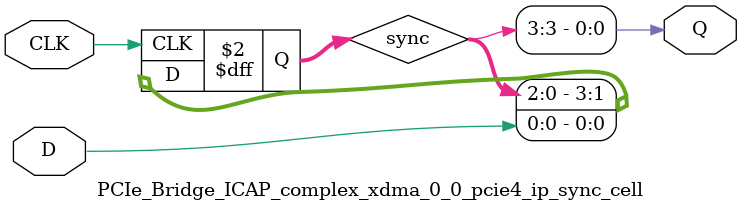
<source format=v>

`timescale 1ps / 1ps

(* DowngradeIPIdentifiedWarnings = "yes" *)
module PCIe_Bridge_ICAP_complex_xdma_0_0_pcie4_ip_sync_cell #
(
    parameter integer STAGE = 3
)
(
    //-------------------------------------------------------------------------- 
    //  Input Ports
    //-------------------------------------------------------------------------- 
    input                               CLK,
    input                               D,
    
    //-------------------------------------------------------------------------- 
    //  Output Ports
    //-------------------------------------------------------------------------- 
    output                              Q
);
    //-------------------------------------------------------------------------- 
    //  Synchronized Signals
    //--------------------------------------------------------------------------  
    (* ASYNC_REG = "TRUE", SHIFT_EXTRACT = "NO" *) reg [STAGE:0] sync;                                                            



//--------------------------------------------------------------------------------------------------
//  Synchronizier
//--------------------------------------------------------------------------------------------------
always @ (posedge CLK)
begin

    sync <= {sync[(STAGE-1):0], D};
            
end   



//--------------------------------------------------------------------------------------------------
//  Generate Output
//--------------------------------------------------------------------------------------------------
assign Q = sync[STAGE];



endmodule

</source>
